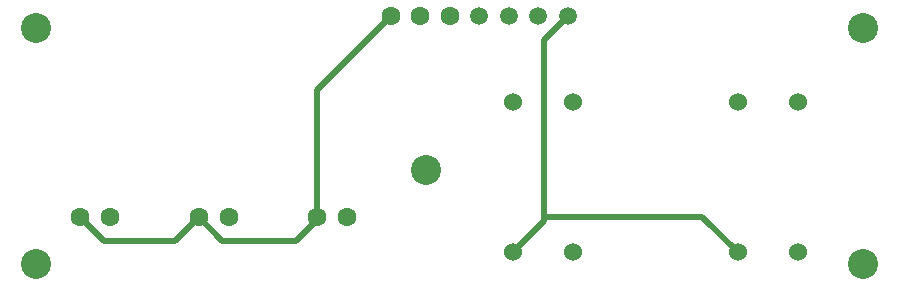
<source format=gbl>
%FSLAX25Y25*%
%MOIN*%
G70*
G01*
G75*
G04 Layer_Physical_Order=2*
G04 Layer_Color=16711680*
%ADD10C,0.02000*%
%ADD11C,0.06299*%
%ADD12C,0.06000*%
%ADD13C,0.05906*%
%ADD14C,0.10000*%
D10*
X113110Y77677D02*
X137795Y102362D01*
X113110Y35433D02*
Y77677D01*
X188976Y94488D02*
X196850Y102362D01*
X178661Y23622D02*
X188976Y33937D01*
Y35433D02*
X241653D01*
X253465Y23622D01*
X188976Y33937D02*
Y35433D01*
Y94488D01*
X34370Y35433D02*
X42244Y27559D01*
X65866D01*
X73740Y35433D01*
X81614Y27559D01*
X106299D01*
X113110Y34370D01*
Y35433D01*
D11*
X44370Y35433D02*
D03*
X34370D02*
D03*
X83740Y35433D02*
D03*
X73740D02*
D03*
X123110D02*
D03*
X113110D02*
D03*
X137795Y102362D02*
D03*
X147638D02*
D03*
X157480D02*
D03*
D12*
X253465Y23622D02*
D03*
X273465Y73622D02*
D03*
X253465D02*
D03*
X273465Y23622D02*
D03*
X178661D02*
D03*
X198661Y73622D02*
D03*
X178661D02*
D03*
X198661Y23622D02*
D03*
D13*
X196850Y102362D02*
D03*
X187008D02*
D03*
X177165D02*
D03*
X167323D02*
D03*
D14*
X295276Y98425D02*
D03*
X19685D02*
D03*
X149606Y51181D02*
D03*
X19685Y19685D02*
D03*
X295276D02*
D03*
M02*

</source>
